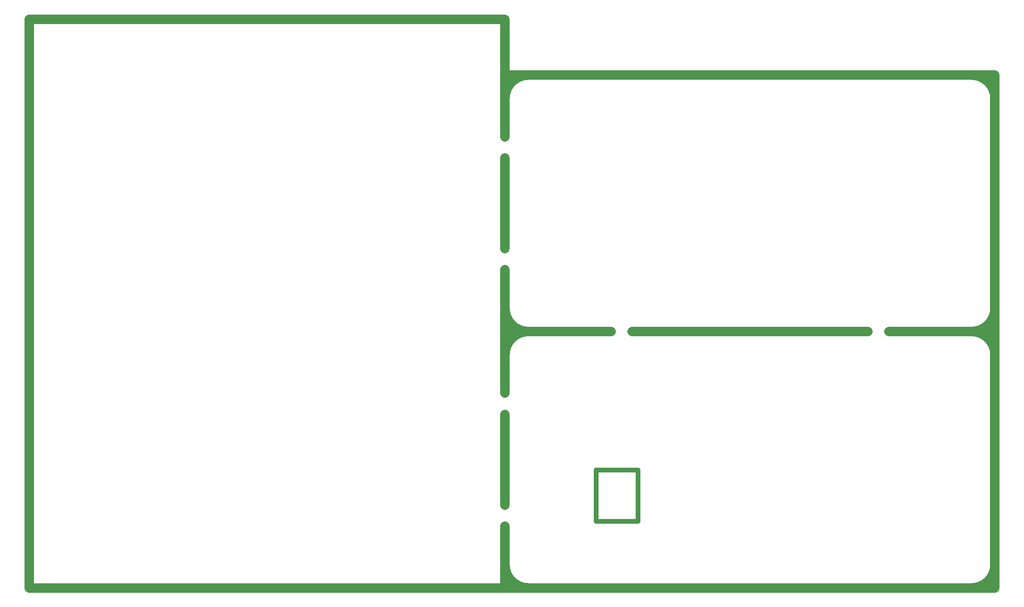
<source format=gm1>
G04 #@! TF.FileFunction,Profile,NP*
%FSLAX46Y46*%
G04 Gerber Fmt 4.6, Leading zero omitted, Abs format (unit mm)*
G04 Created by KiCad (PCBNEW 4.0.7-e2-6376~58~ubuntu16.04.1) date Wed Jun  6 08:16:23 2018*
%MOMM*%
%LPD*%
G01*
G04 APERTURE LIST*
%ADD10C,0.100000*%
%ADD11C,2.000000*%
%ADD12C,1.000000*%
G04 APERTURE END LIST*
D10*
D11*
X135000000Y-146250000D02*
G75*
G03X140000000Y-151250000I5000000J0D01*
G01*
X235000000Y-151250000D02*
G75*
G03X240000000Y-146250000I0J5000000D01*
G01*
X240000000Y-46250000D02*
G75*
G03X235000000Y-41250000I-5000000J0D01*
G01*
X140000000Y-41250000D02*
G75*
G03X135000000Y-46250000I0J-5000000D01*
G01*
X135000000Y-91250000D02*
G75*
G03X140000000Y-96250000I5000000J0D01*
G01*
X140000000Y-96250000D02*
G75*
G03X135000000Y-101250000I0J-5000000D01*
G01*
X235000000Y-96250000D02*
G75*
G03X240000000Y-91250000I0J5000000D01*
G01*
X240000000Y-101250000D02*
G75*
G03X235000000Y-96250000I-5000000J0D01*
G01*
X135000000Y-41250000D02*
X240000000Y-41250000D01*
X240000000Y-41250000D02*
X240000000Y-151250000D01*
X33000000Y-29250000D02*
X33000000Y-151250000D01*
X135000000Y-29250000D02*
X33000000Y-29250000D01*
X135000000Y-54500000D02*
X135000000Y-29250000D01*
X135000000Y-78500000D02*
X135000000Y-59000000D01*
X33000000Y-151250000D02*
X240000000Y-151250000D01*
X217250000Y-96250000D02*
X240000000Y-96250000D01*
X162250000Y-96250000D02*
X212750000Y-96250000D01*
X135000000Y-96250000D02*
X157750000Y-96250000D01*
X135000000Y-109500000D02*
X135000000Y-83000000D01*
X135000000Y-133500000D02*
X135000000Y-114000000D01*
X135000000Y-151250000D02*
X135000000Y-138000000D01*
D12*
X154500000Y-137000000D02*
X163500000Y-137000000D01*
X163500000Y-137000000D02*
X163500000Y-126000000D01*
X163500000Y-126000000D02*
X154500000Y-126000000D01*
X154500000Y-126000000D02*
X154500000Y-137000000D01*
M02*

</source>
